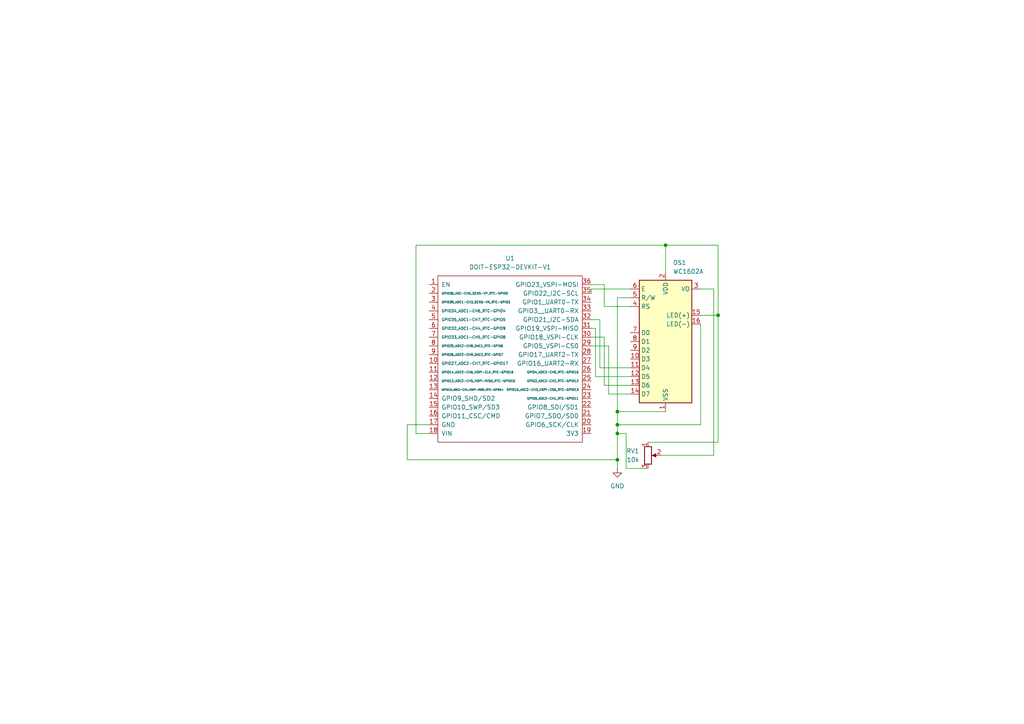
<source format=kicad_sch>
(kicad_sch (version 20250114) (generator "eeschema") (generator_version "9.0")
  (paper "A4")
  (lib_symbols
    (symbol "Device:R_Potentiometer" (pin_names (offset 1.016) (hide yes))
      (property "Reference" "RV" (at -4.445 0 90))
      (property "Value" "R_Potentiometer" (at -2.54 0 90))
      (symbol "R_Potentiometer_0_1"
        (rectangle (start 1.016 2.54) (end -1.016 -2.54) (stroke (width 0.254)))
        (polyline (pts (xy 1.143 0) (xy 2.286 0.508) (xy 2.286 -0.508) (xy 1.143 0)) (fill (type outline)))
        (polyline (pts (xy 2.54 0) (xy 1.524 0)))
      )
      (symbol "R_Potentiometer_1_1"
        (pin passive line (at 0 3.81 270) (length 1.27) (name "1") (number "1"))
        (pin passive line (at 0 -3.81 90) (length 1.27) (name "3") (number "3"))
        (pin passive line (at 3.81 0 180) (length 1.27) (name "2") (number "2"))
      )
    )
    (symbol "Display_Character:WC1602A"
      (property "Reference" "DS" (at -5.842 19.05 0))
      (property "Value" "WC1602A" (at 5.334 19.05 0))
      (symbol "WC1602A_1_1"
        (rectangle (start -7.62 17.78) (end 7.62 -17.78) (stroke (width 0.254)) (fill (type background)))
        (pin input line (at -10.16 15.24 0) (length 2.54) (name "E") (number "6"))
        (pin input line (at -10.16 12.7 0) (length 2.54) (name "R/W") (number "5"))
        (pin input line (at -10.16 10.16 0) (length 2.54) (name "RS") (number "4"))
        (pin input line (at -10.16 2.54 0) (length 2.54) (name "D0") (number "7"))
        (pin input line (at -10.16 0 0) (length 2.54) (name "D1") (number "8"))
        (pin input line (at -10.16 -2.54 0) (length 2.54) (name "D2") (number "9"))
        (pin input line (at -10.16 -5.08 0) (length 2.54) (name "D3") (number "10"))
        (pin input line (at -10.16 -7.62 0) (length 2.54) (name "D4") (number "11"))
        (pin input line (at -10.16 -10.16 0) (length 2.54) (name "D5") (number "12"))
        (pin input line (at -10.16 -12.7 0) (length 2.54) (name "D6") (number "13"))
        (pin input line (at -10.16 -15.24 0) (length 2.54) (name "D7") (number "14"))
        (pin power_in line (at 0 20.32 270) (length 2.54) (name "VDD") (number "2"))
        (pin power_in line (at 0 -20.32 90) (length 2.54) (name "VSS") (number "1"))
        (pin input line (at 10.16 15.24 180) (length 2.54) (name "VO") (number "3"))
        (pin power_in line (at 10.16 7.62 180) (length 2.54) (name "LED(+)") (number "15"))
        (pin power_in line (at 10.16 5.08 180) (length 2.54) (name "LED(-)") (number "16"))
      )
    )
    (symbol "doit-esp32-devkit-v1:DOIT-ESP32-DEVKIT-V1" (pin_names (offset 1.016))
      (property "Reference" "U" (at -1.27 11.43 0))
      (property "Value" "DOIT-ESP32-DEVKIT-V1" (at 0 13.97 0))
      (symbol "DOIT-ESP32-DEVKIT-V1_0_1"
        (rectangle (start 20.32 10.16) (end -21.59 -38.1))
      )
      (symbol "DOIT-ESP32-DEVKIT-V1_1_1"
        (pin output line (at -24.13 7.62 0) (length 2.54) (name "EN") (number "1"))
        (pin bidirectional line (at -24.13 5.08 0) (length 2.54) (name "GPIO36_ADC-CH0_SENS-VP_RTC-GPIO0") (number "2"))
        (pin bidirectional line (at -24.13 2.54 0) (length 2.54) (name "GPIO39_ADC1-CH3_SENS-VN_RTC-GPIO3") (number "3"))
        (pin bidirectional line (at -24.13 0 0) (length 2.54) (name "GPIO34_ADC1-CH6_RTC-GPIO4") (number "4"))
        (pin bidirectional line (at -24.13 -2.54 0) (length 2.54) (name "GPIO35_ADC1-CH7_RTC-GPIO5") (number "5"))
        (pin bidirectional line (at -24.13 -5.08 0) (length 2.54) (name "GPIO32_ADC1-CH4_RTC-GPIO9") (number "6"))
        (pin bidirectional line (at -24.13 -7.62 0) (length 2.54) (name "GPIO33_ADC1-CH5_RTC-GPIO8") (number "7"))
        (pin bidirectional line (at -24.13 -10.16 0) (length 2.54) (name "GPIO25_ADC2-CH8_DAC1_RTC-GPIO6") (number "8"))
        (pin bidirectional line (at -24.13 -12.7 0) (length 2.54) (name "GPIO26_ADC2-CH9_DAC2_RTC-GPIO7") (number "9"))
        (pin bidirectional line (at -24.13 -15.24 0) (length 2.54) (name "GPIO27_ADC2-CH7_RTC-GPIO17") (number "10"))
        (pin bidirectional line (at -24.13 -17.78 0) (length 2.54) (name "GPIO14_ADC2-CH6_HSPI-CLK_RTC-GPIO16") (number "11"))
        (pin bidirectional line (at -24.13 -20.32 0) (length 2.54) (name "GPIO12_ADC2-CH5_HSPI-MISO_RTC-GPIO15") (number "12"))
        (pin bidirectional line (at -24.13 -22.86 0) (length 2.54) (name "GPIO13_ADC2-CH4_HSPI-MOSI_RTC-GPIO14") (number "13"))
        (pin unspecified line (at -24.13 -25.4 0) (length 2.54) (name "GPIO9_SHD/SD2") (number "14"))
        (pin unspecified line (at -24.13 -27.94 0) (length 2.54) (name "GPIO10_SWP/SD3") (number "15"))
        (pin unspecified line (at -24.13 -30.48 0) (length 2.54) (name "GPIO11_CSC/CMD") (number "16"))
        (pin bidirectional line (at -24.13 -33.02 0) (length 2.54) (name "GND") (number "17"))
        (pin bidirectional line (at -24.13 -35.56 0) (length 2.54) (name "VIN") (number "18"))
        (pin bidirectional line (at 22.86 7.62 180) (length 2.54) (name "GPIO23_VSPI-MOSI") (number "36"))
        (pin bidirectional line (at 22.86 5.08 180) (length 2.54) (name "GPIO22_I2C-SCL") (number "35"))
        (pin bidirectional line (at 22.86 2.54 180) (length 2.54) (name "GPIO1_UART0-TX") (number "34"))
        (pin bidirectional line (at 22.86 0 180) (length 2.54) (name "GPIO3__UART0-RX") (number "33"))
        (pin bidirectional line (at 22.86 -2.54 180) (length 2.54) (name "GPIO21_I2C-SDA") (number "32"))
        (pin bidirectional line (at 22.86 -5.08 180) (length 2.54) (name "GPIO19_VSPI-MISO") (number "31"))
        (pin bidirectional line (at 22.86 -7.62 180) (length 2.54) (name "GPIO18_VSPI-CLK") (number "30"))
        (pin bidirectional line (at 22.86 -10.16 180) (length 2.54) (name "GPIO5_VSPI-CS0") (number "29"))
        (pin bidirectional line (at 22.86 -12.7 180) (length 2.54) (name "GPIO17_UART2-TX") (number "28"))
        (pin bidirectional line (at 22.86 -15.24 180) (length 2.54) (name "GPIO16_UART2-RX") (number "27"))
        (pin bidirectional line (at 22.86 -17.78 180) (length 2.54) (name "GPIO4_ADC2-CH0_RTC-GPIO10") (number "26"))
        (pin bidirectional line (at 22.86 -20.32 180) (length 2.54) (name "GPIO2_ADC2-CH2_RTC-GPIO12") (number "25"))
        (pin bidirectional line (at 22.86 -22.86 180) (length 2.54) (name "GPIO15_ADC2-CH3_HSPI-CS0_RTC-GPIO13") (number "24"))
        (pin bidirectional line (at 22.86 -25.4 180) (length 2.54) (name "GPIO0_ADC2-CH1_RTC-GPIO11") (number "23"))
        (pin unspecified line (at 22.86 -27.94 180) (length 2.54) (name "GPIO8_SDI/SD1") (number "22"))
        (pin unspecified line (at 22.86 -30.48 180) (length 2.54) (name "GPIO7_SDO/SD0") (number "21"))
        (pin unspecified line (at 22.86 -33.02 180) (length 2.54) (name "GPIO6_SCK/CLK") (number "20"))
        (pin output line (at 22.86 -35.56 180) (length 2.54) (name "3V3") (number "19"))
      )
    )
    (symbol "power:GND" (power) (pin_numbers (hide yes)) (pin_names (offset 0) (hide yes))
      (property "Value" "GND" (at 0 -3.81 0))
      (symbol "GND_0_1"
        (polyline (pts (xy 0 0) (xy 0 -1.27) (xy 1.27 -1.27) (xy 0 -2.54) (xy -1.27 -1.27) (xy 0 -1.27)))
      )
      (symbol "GND_1_1"
        (pin power_in line (at 0 0 270) (length 0) (name "~") (number "1"))
      )
    )
  )
  (junction (at 179.07 119.38))
  (junction (at 179.07 123.19))
  (junction (at 208.28 91.44))
  (junction (at 179.07 125.73))
  (junction (at 179.07 133.35))
  (junction (at 193.04 71.12))
  (wire (pts (xy 203.2 91.44) (xy 208.28 91.44)))
  (wire (pts (xy 179.07 125.73) (xy 179.07 123.19)))
  (wire (pts (xy 179.07 119.38) (xy 179.07 86.36)))
  (wire (pts (xy 182.88 88.9) (xy 175.26 88.9)))
  (wire (pts (xy 193.04 78.74) (xy 193.04 71.12)))
  (wire (pts (xy 182.88 106.68) (xy 173.99 106.68)))
  (wire (pts (xy 175.26 97.79) (xy 171.45 97.79)))
  (wire (pts (xy 181.61 125.73) (xy 179.07 125.73)))
  (wire (pts (xy 120.65 71.12) (xy 120.65 125.73)))
  (wire (pts (xy 182.88 83.82) (xy 171.45 83.82)))
  (wire (pts (xy 173.99 106.68) (xy 173.99 92.71)))
  (wire (pts (xy 207.01 132.08) (xy 207.01 83.82)))
  (wire (pts (xy 208.28 128.27) (xy 208.28 91.44)))
  (wire (pts (xy 182.88 111.76) (xy 175.26 111.76)))
  (wire (pts (xy 179.07 133.35) (xy 179.07 135.89)))
  (wire (pts (xy 172.72 95.25) (xy 171.45 95.25)))
  (wire (pts (xy 176.53 114.3) (xy 176.53 100.33)))
  (wire (pts (xy 179.07 86.36) (xy 182.88 86.36)))
  (wire (pts (xy 208.28 71.12) (xy 193.04 71.12)))
  (wire (pts (xy 176.53 100.33) (xy 171.45 100.33)))
  (wire (pts (xy 124.46 123.19) (xy 118.11 123.19)))
  (wire (pts (xy 172.72 109.22) (xy 172.72 95.25)))
  (wire (pts (xy 173.99 92.71) (xy 171.45 92.71)))
  (wire (pts (xy 193.04 71.12) (xy 120.65 71.12)))
  (wire (pts (xy 187.96 135.89) (xy 181.61 135.89)))
  (wire (pts (xy 207.01 83.82) (xy 203.2 83.82)))
  (wire (pts (xy 118.11 133.35) (xy 179.07 133.35)))
  (wire (pts (xy 179.07 119.38) (xy 193.04 119.38)))
  (wire (pts (xy 181.61 135.89) (xy 181.61 125.73)))
  (wire (pts (xy 175.26 88.9) (xy 175.26 82.55)))
  (wire (pts (xy 175.26 111.76) (xy 175.26 97.79)))
  (wire (pts (xy 182.88 109.22) (xy 172.72 109.22)))
  (wire (pts (xy 171.45 83.82) (xy 171.45 85.09)))
  (wire (pts (xy 182.88 114.3) (xy 176.53 114.3)))
  (wire (pts (xy 179.07 123.19) (xy 179.07 119.38)))
  (wire (pts (xy 208.28 91.44) (xy 208.28 71.12)))
  (wire (pts (xy 191.77 132.08) (xy 207.01 132.08)))
  (wire (pts (xy 179.07 133.35) (xy 179.07 125.73)))
  (wire (pts (xy 118.11 123.19) (xy 118.11 133.35)))
  (wire (pts (xy 120.65 125.73) (xy 124.46 125.73)))
  (wire (pts (xy 187.96 128.27) (xy 208.28 128.27)))
  (wire (pts (xy 203.2 123.19) (xy 179.07 123.19)))
  (wire (pts (xy 203.2 93.98) (xy 203.2 123.19)))
  (wire (pts (xy 175.26 82.55) (xy 171.45 82.55)))
  (symbol (lib_id "Device:R_Potentiometer") (at 187.96 132.08 0) (unit 1)
    (property "Reference" "RV1" (at 185.42 130.8099 0) (effects (justify right)))
    (property "Value" "10k" (at 185.42 133.3499 0) (effects (justify right)))
    (property "Footprint" "Potentiometer_THT:Potentiometer_Bourns_3296W_Vertical" (effects (hide yes)))
    (property "Description" "Potentiometer" (effects (hide yes)))
  )
  (symbol (lib_id "power:GND") (at 179.07 135.89 0) (unit 1)
    (property "Reference" "#PWR01" (effects (hide yes)))
    (property "Value" "GND" (at 179.07 140.97 0))
    (property "Description" "Power symbol creates a global label with name \"GND\" , ground" (effects (hide yes)))
  )
  (symbol (lib_id "Display_Character:WC1602A") (at 193.04 99.06 0) (unit 1)
    (property "Reference" "DS1" (at 195.1833 76.2 0) (effects (justify left)))
    (property "Value" "WC1602A" (at 195.1833 78.74 0) (effects (justify left)))
    (property "Footprint" "Display:WC1602A" (effects (hide yes)))
    (property "Datasheet" "http://www.wincomlcd.com/pdf/WC1602A-SFYLYHTC06.pdf" (effects (hide yes)))
    (property "Description" "LCD 16x2 Alphanumeric , 8 bit parallel bus, 5V VDD" (effects (hide yes)))
  )
  (symbol (lib_id "doit-esp32-devkit-v1:DOIT-ESP32-DEVKIT-V1") (at 148.59 90.17 0) (unit 1)
    (property "Reference" "U1" (at 147.955 74.93 0))
    (property "Value" "DOIT-ESP32-DEVKIT-V1" (at 147.955 77.47 0))
    (property "Footprint" "doit-esp32-devkit-kicad:ESP32-DOIT-DEVKIT" (effects (hide yes)))
  )
)
</source>
